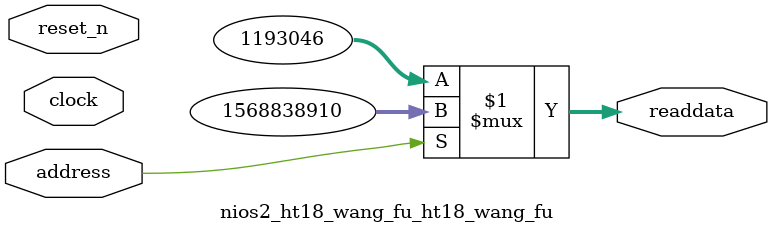
<source format=v>

`timescale 1ns / 1ps
// synthesis translate_on

// turn off superfluous verilog processor warnings 
// altera message_level Level1 
// altera message_off 10034 10035 10036 10037 10230 10240 10030 

module nios2_ht18_wang_fu_ht18_wang_fu (
               // inputs:
                address,
                clock,
                reset_n,

               // outputs:
                readdata
             )
;

  output  [ 31: 0] readdata;
  input            address;
  input            clock;
  input            reset_n;

  wire    [ 31: 0] readdata;
  //control_slave, which is an e_avalon_slave
  assign readdata = address ? 1568838910 : 1193046;

endmodule




</source>
